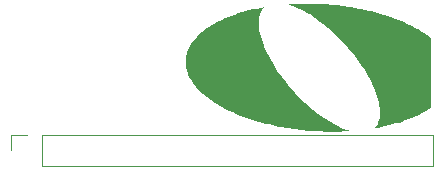
<source format=gbr>
%TF.GenerationSoftware,KiCad,Pcbnew,8.0.8-8.0.8-0~ubuntu24.04.1*%
%TF.CreationDate,2025-02-12T12:18:38-05:00*%
%TF.ProjectId,r2rdac,72327264-6163-42e6-9b69-6361645f7063,rev?*%
%TF.SameCoordinates,Original*%
%TF.FileFunction,Legend,Bot*%
%TF.FilePolarity,Positive*%
%FSLAX46Y46*%
G04 Gerber Fmt 4.6, Leading zero omitted, Abs format (unit mm)*
G04 Created by KiCad (PCBNEW 8.0.8-8.0.8-0~ubuntu24.04.1) date 2025-02-12 12:18:38*
%MOMM*%
%LPD*%
G01*
G04 APERTURE LIST*
%ADD10C,0.120000*%
%ADD11C,0.000000*%
%ADD12R,1.700000X1.700000*%
%ADD13O,1.700000X1.700000*%
G04 APERTURE END LIST*
D10*
%TO.C,J1*%
X102810000Y-95190000D02*
X104140000Y-95190000D01*
X102810000Y-96520000D02*
X102810000Y-95190000D01*
X105410000Y-97850000D02*
X105410000Y-95190000D01*
X138490000Y-95190000D02*
X105410000Y-95190000D01*
X138490000Y-97850000D02*
X105410000Y-97850000D01*
X138490000Y-97850000D02*
X138490000Y-95190000D01*
D11*
%TO.C,svg2mod*%
G36*
X128060737Y-84089427D02*
G01*
X128364955Y-84094124D01*
X128668675Y-84102749D01*
X128971746Y-84115264D01*
X129274017Y-84131629D01*
X129575335Y-84151808D01*
X129875550Y-84175760D01*
X130174509Y-84203448D01*
X130472062Y-84234832D01*
X130768056Y-84269875D01*
X131062341Y-84308537D01*
X131354764Y-84350781D01*
X131645175Y-84396567D01*
X131933422Y-84445858D01*
X132219352Y-84498614D01*
X132502816Y-84554797D01*
X132783661Y-84614369D01*
X133061736Y-84677290D01*
X133336888Y-84743523D01*
X133608968Y-84813029D01*
X133877823Y-84885769D01*
X134143302Y-84961704D01*
X134405253Y-85040797D01*
X134663525Y-85123009D01*
X134917966Y-85208301D01*
X135168425Y-85296634D01*
X135414750Y-85387970D01*
X135656790Y-85482271D01*
X135894393Y-85579498D01*
X136127408Y-85679612D01*
X136355683Y-85782575D01*
X136579067Y-85888348D01*
X136797409Y-85996893D01*
X137010556Y-86108171D01*
X137218357Y-86222144D01*
X137420661Y-86338773D01*
X137617316Y-86458020D01*
X137808171Y-86579845D01*
X137993075Y-86704211D01*
X138171875Y-86831079D01*
X138344420Y-86960410D01*
X138332833Y-92899775D01*
X138147668Y-93021413D01*
X137954454Y-93140213D01*
X137753281Y-93256081D01*
X137544238Y-93368924D01*
X137327415Y-93478650D01*
X137102902Y-93585165D01*
X136870789Y-93688376D01*
X136631166Y-93788191D01*
X136384122Y-93884516D01*
X136129748Y-93977258D01*
X135868133Y-94066325D01*
X135599367Y-94151623D01*
X135323540Y-94233060D01*
X135040741Y-94310542D01*
X134751061Y-94383977D01*
X134454590Y-94453271D01*
X134151417Y-94518332D01*
X133841632Y-94579067D01*
X133525324Y-94635382D01*
X133638783Y-94521036D01*
X133737567Y-94392363D01*
X133821688Y-94249860D01*
X133891156Y-94094023D01*
X133945983Y-93925349D01*
X133986179Y-93744333D01*
X134011755Y-93551472D01*
X134022723Y-93347262D01*
X134019092Y-93132200D01*
X134000875Y-92906781D01*
X133968081Y-92671501D01*
X133920722Y-92426858D01*
X133858809Y-92173347D01*
X133782352Y-91911464D01*
X133691363Y-91641705D01*
X133585853Y-91364568D01*
X133465832Y-91080548D01*
X133331311Y-90790140D01*
X133182302Y-90493843D01*
X133018814Y-90192151D01*
X132840860Y-89885561D01*
X132648449Y-89574569D01*
X132441594Y-89259672D01*
X132267342Y-89007647D01*
X132087806Y-88759062D01*
X131903310Y-88514151D01*
X131714180Y-88273149D01*
X131520740Y-88036290D01*
X131323314Y-87803807D01*
X131122228Y-87575934D01*
X130917805Y-87352907D01*
X130710371Y-87134959D01*
X130500249Y-86922324D01*
X130287766Y-86715236D01*
X130073244Y-86513929D01*
X129857010Y-86318638D01*
X129639387Y-86129596D01*
X129420699Y-85947038D01*
X129201273Y-85771197D01*
X128981432Y-85602309D01*
X128761501Y-85440606D01*
X128541804Y-85286324D01*
X128322667Y-85139695D01*
X128104413Y-85000955D01*
X127887368Y-84870337D01*
X127671855Y-84748076D01*
X127458201Y-84634405D01*
X127246728Y-84529559D01*
X127037763Y-84433772D01*
X126831628Y-84347278D01*
X126628650Y-84270310D01*
X126429153Y-84203104D01*
X126233460Y-84145893D01*
X126537483Y-84126212D01*
X126841917Y-84110690D01*
X127146611Y-84099289D01*
X127451413Y-84091971D01*
X127756172Y-84088696D01*
X128060737Y-84089427D01*
G37*
G36*
X124149211Y-84493380D02*
G01*
X124050455Y-84622036D01*
X123966358Y-84764523D01*
X123896907Y-84920346D01*
X123842093Y-85089008D01*
X123801905Y-85270013D01*
X123776333Y-85462864D01*
X123765366Y-85667065D01*
X123768994Y-85882120D01*
X123787207Y-86107532D01*
X123819992Y-86342806D01*
X123867342Y-86587445D01*
X123929244Y-86840952D01*
X124005688Y-87102831D01*
X124096664Y-87372587D01*
X124202162Y-87649722D01*
X124322171Y-87933741D01*
X124456680Y-88224147D01*
X124605679Y-88520444D01*
X124769157Y-88822136D01*
X124947104Y-89128725D01*
X125139510Y-89439717D01*
X125346364Y-89754614D01*
X125520617Y-90006654D01*
X125700156Y-90255252D01*
X125884656Y-90500175D01*
X126073792Y-90741188D01*
X126267240Y-90978058D01*
X126464674Y-91210550D01*
X126665769Y-91438431D01*
X126870202Y-91661466D01*
X127077647Y-91879420D01*
X127287780Y-92092061D01*
X127500275Y-92299153D01*
X127714808Y-92500463D01*
X127931055Y-92695757D01*
X128148690Y-92884800D01*
X128367388Y-93067359D01*
X128586825Y-93243199D01*
X128806676Y-93412086D01*
X129026617Y-93573786D01*
X129246322Y-93728065D01*
X129465466Y-93874689D01*
X129683726Y-94013424D01*
X129900776Y-94144036D01*
X130116291Y-94266289D01*
X130329946Y-94379952D01*
X130541418Y-94484789D01*
X130750380Y-94580565D01*
X130956509Y-94667048D01*
X131159480Y-94744003D01*
X131358967Y-94811196D01*
X131554645Y-94868393D01*
X131246865Y-94888300D01*
X130938665Y-94903944D01*
X130630203Y-94915365D01*
X130321636Y-94922603D01*
X130013120Y-94925699D01*
X129704813Y-94924691D01*
X129396873Y-94919621D01*
X129089456Y-94910528D01*
X128782720Y-94897452D01*
X128476822Y-94880433D01*
X128171919Y-94859511D01*
X127868168Y-94834727D01*
X127565726Y-94806119D01*
X127264751Y-94773729D01*
X126965400Y-94737596D01*
X126667829Y-94697760D01*
X126372197Y-94654261D01*
X126078660Y-94607139D01*
X125787376Y-94556434D01*
X125498501Y-94502187D01*
X125212193Y-94444436D01*
X124928609Y-94383222D01*
X124647907Y-94318586D01*
X124370243Y-94250567D01*
X124095774Y-94179204D01*
X123824658Y-94104539D01*
X123557053Y-94026611D01*
X123293114Y-93945460D01*
X123033000Y-93861126D01*
X122776867Y-93773649D01*
X122524873Y-93683068D01*
X122277175Y-93589425D01*
X122033930Y-93492759D01*
X121795295Y-93393110D01*
X121561428Y-93290519D01*
X121332485Y-93185024D01*
X121108624Y-93076666D01*
X120890002Y-92965485D01*
X120676777Y-92851521D01*
X120469104Y-92734814D01*
X120267142Y-92615404D01*
X120071048Y-92493331D01*
X119880979Y-92368635D01*
X119697092Y-92241356D01*
X119519545Y-92111533D01*
X119348493Y-91979208D01*
X119184096Y-91844420D01*
X119026509Y-91707209D01*
X118875891Y-91567614D01*
X118732397Y-91425677D01*
X118596186Y-91281437D01*
X118467415Y-91134933D01*
X118346240Y-90986206D01*
X118213456Y-90808169D01*
X118093664Y-90629954D01*
X117986747Y-90451683D01*
X117892590Y-90273475D01*
X117811075Y-90095452D01*
X117742087Y-89917733D01*
X117685508Y-89740439D01*
X117641224Y-89563690D01*
X117609116Y-89387607D01*
X117589070Y-89212310D01*
X117580968Y-89037919D01*
X117584694Y-88864555D01*
X117600132Y-88692338D01*
X117627166Y-88521389D01*
X117665678Y-88351827D01*
X117715553Y-88183774D01*
X117776675Y-88017350D01*
X117848926Y-87852675D01*
X117932191Y-87689869D01*
X118026353Y-87529053D01*
X118131296Y-87370347D01*
X118246903Y-87213872D01*
X118373059Y-87059748D01*
X118509646Y-86908095D01*
X118656548Y-86759034D01*
X118813649Y-86612685D01*
X118980833Y-86469169D01*
X119157983Y-86328605D01*
X119344983Y-86191115D01*
X119541716Y-86056818D01*
X119748067Y-85925836D01*
X119963918Y-85798287D01*
X120189153Y-85674294D01*
X120423656Y-85553976D01*
X120667311Y-85437453D01*
X120920001Y-85324846D01*
X121181610Y-85216276D01*
X121452022Y-85111862D01*
X121731119Y-85011725D01*
X122018787Y-84915986D01*
X122314907Y-84824764D01*
X122619365Y-84738181D01*
X122932043Y-84656357D01*
X123252825Y-84579411D01*
X123581595Y-84507465D01*
X123918237Y-84440638D01*
X124262634Y-84379052D01*
X124149211Y-84493380D01*
G37*
%TD*%
%LPC*%
D12*
%TO.C,J1*%
X104140000Y-96520000D03*
D13*
X106680000Y-96520000D03*
X109220000Y-96520000D03*
X111760000Y-96520000D03*
X114300000Y-96520000D03*
X116840000Y-96520000D03*
X119380000Y-96520000D03*
X121920000Y-96520000D03*
X124460000Y-96520000D03*
X127000000Y-96520000D03*
X129540000Y-96520000D03*
X132080000Y-96520000D03*
X134620000Y-96520000D03*
X137160000Y-96520000D03*
%TD*%
%LPD*%
M02*

</source>
